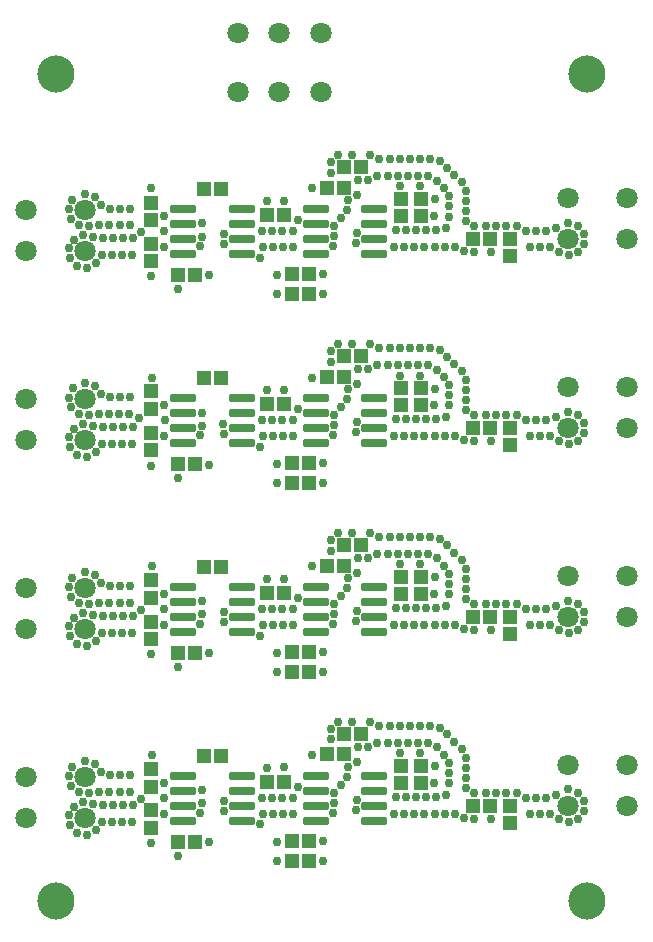
<source format=gbr>
G04*
G04 #@! TF.GenerationSoftware,Altium Limited,Altium Designer,25.1.2 (22)*
G04*
G04 Layer_Color=8388736*
%FSLAX25Y25*%
%MOIN*%
G70*
G04*
G04 #@! TF.SameCoordinates,A5DCB332-85D3-4D93-9494-DFC79FD2F11A*
G04*
G04*
G04 #@! TF.FilePolarity,Negative*
G04*
G01*
G75*
%ADD17R,0.04685X0.04606*%
G04:AMPARAMS|DCode=18|XSize=83.46mil|YSize=29.53mil|CornerRadius=5.91mil|HoleSize=0mil|Usage=FLASHONLY|Rotation=0.000|XOffset=0mil|YOffset=0mil|HoleType=Round|Shape=RoundedRectangle|*
%AMROUNDEDRECTD18*
21,1,0.08346,0.01772,0,0,0.0*
21,1,0.07165,0.02953,0,0,0.0*
1,1,0.01181,0.03583,-0.00886*
1,1,0.01181,-0.03583,-0.00886*
1,1,0.01181,-0.03583,0.00886*
1,1,0.01181,0.03583,0.00886*
%
%ADD18ROUNDEDRECTD18*%
%ADD19R,0.04606X0.04685*%
%ADD20C,0.12402*%
%ADD21C,0.07087*%
%ADD22C,0.02953*%
D17*
X168465Y244291D02*
D03*
X174252D02*
D03*
X125650Y79134D02*
D03*
X131437D02*
D03*
X105650Y63287D02*
D03*
X99862D02*
D03*
X84587Y72047D02*
D03*
X78799D02*
D03*
X84587Y135039D02*
D03*
X78799D02*
D03*
X105650Y126279D02*
D03*
X99862D02*
D03*
X125630Y135433D02*
D03*
X119843D02*
D03*
X125650Y142126D02*
D03*
X131437D02*
D03*
X84587Y198031D02*
D03*
X78799D02*
D03*
X105650Y189272D02*
D03*
X99862D02*
D03*
X125630Y198425D02*
D03*
X119843D02*
D03*
X125650Y205118D02*
D03*
X131437D02*
D03*
X84587Y261024D02*
D03*
X78799D02*
D03*
X168465Y55315D02*
D03*
X174252D02*
D03*
X125630Y72441D02*
D03*
X119843D02*
D03*
X113917Y37008D02*
D03*
X108130D02*
D03*
X113917Y43701D02*
D03*
X108130D02*
D03*
X70138Y43307D02*
D03*
X75925D02*
D03*
X168465Y118307D02*
D03*
X174252D02*
D03*
X113917Y100000D02*
D03*
X108130D02*
D03*
X113917Y106693D02*
D03*
X108130D02*
D03*
X70138Y106299D02*
D03*
X75925D02*
D03*
X168465Y181299D02*
D03*
X174252D02*
D03*
X113917Y162992D02*
D03*
X108130D02*
D03*
X113917Y169685D02*
D03*
X108130D02*
D03*
X70138Y169291D02*
D03*
X75925D02*
D03*
X125630Y261417D02*
D03*
X119843D02*
D03*
X125650Y268110D02*
D03*
X131437D02*
D03*
X113917Y225984D02*
D03*
X108130D02*
D03*
X113917Y232677D02*
D03*
X108130D02*
D03*
X70138Y232283D02*
D03*
X75925D02*
D03*
X105650Y252264D02*
D03*
X99862D02*
D03*
D18*
X135709Y191358D02*
D03*
Y186358D02*
D03*
Y181358D02*
D03*
Y176358D02*
D03*
X116260D02*
D03*
Y181358D02*
D03*
Y186358D02*
D03*
Y191358D02*
D03*
X91496Y65236D02*
D03*
Y60236D02*
D03*
Y55236D02*
D03*
Y50236D02*
D03*
X72047D02*
D03*
Y55236D02*
D03*
Y60236D02*
D03*
Y65236D02*
D03*
X91496Y128228D02*
D03*
Y123228D02*
D03*
Y118228D02*
D03*
Y113228D02*
D03*
X72047D02*
D03*
Y118228D02*
D03*
Y123228D02*
D03*
Y128228D02*
D03*
X135709Y128366D02*
D03*
Y123366D02*
D03*
Y118366D02*
D03*
Y113366D02*
D03*
X116260D02*
D03*
Y118366D02*
D03*
Y123366D02*
D03*
Y128366D02*
D03*
X91496Y191220D02*
D03*
Y186221D02*
D03*
Y181220D02*
D03*
Y176221D02*
D03*
X72047D02*
D03*
Y181220D02*
D03*
Y186221D02*
D03*
Y191220D02*
D03*
X135709Y65374D02*
D03*
Y60374D02*
D03*
Y55374D02*
D03*
Y50374D02*
D03*
X116260D02*
D03*
Y55374D02*
D03*
Y60374D02*
D03*
Y65374D02*
D03*
X135709Y254350D02*
D03*
Y249350D02*
D03*
Y244350D02*
D03*
Y239350D02*
D03*
X116260D02*
D03*
Y244350D02*
D03*
Y249350D02*
D03*
Y254350D02*
D03*
X91496Y254213D02*
D03*
Y249213D02*
D03*
Y244213D02*
D03*
Y239213D02*
D03*
X72047D02*
D03*
Y244213D02*
D03*
Y249213D02*
D03*
Y254213D02*
D03*
D19*
X181004Y49468D02*
D03*
Y55256D02*
D03*
X61417Y130453D02*
D03*
Y124665D02*
D03*
Y193445D02*
D03*
Y187657D02*
D03*
X181004Y175453D02*
D03*
Y181240D02*
D03*
X144488Y62854D02*
D03*
Y68642D02*
D03*
X151181Y62854D02*
D03*
Y68642D02*
D03*
X181004Y112461D02*
D03*
Y118248D02*
D03*
X61417Y53780D02*
D03*
Y47992D02*
D03*
Y67461D02*
D03*
Y61673D02*
D03*
X151181Y125847D02*
D03*
Y131634D02*
D03*
X144488Y125847D02*
D03*
Y131634D02*
D03*
X61417Y116772D02*
D03*
Y110984D02*
D03*
X151181Y188839D02*
D03*
Y194626D02*
D03*
X144488Y188839D02*
D03*
Y194626D02*
D03*
X61417Y179764D02*
D03*
Y173976D02*
D03*
Y256437D02*
D03*
Y250650D02*
D03*
X181004Y238445D02*
D03*
Y244232D02*
D03*
X151181Y251831D02*
D03*
Y257618D02*
D03*
X144488Y251831D02*
D03*
Y257618D02*
D03*
X61417Y242756D02*
D03*
Y236968D02*
D03*
D20*
X206693Y299213D02*
D03*
X29528D02*
D03*
X206693Y23622D02*
D03*
X29528D02*
D03*
D21*
X117815Y312992D02*
D03*
Y293307D02*
D03*
X104035Y312992D02*
D03*
Y293307D02*
D03*
X90256Y312992D02*
D03*
Y293307D02*
D03*
X19685Y190945D02*
D03*
X39370D02*
D03*
X19685Y177165D02*
D03*
X39370D02*
D03*
X19685Y253937D02*
D03*
X39370D02*
D03*
X19685Y240158D02*
D03*
X39370D02*
D03*
X220079Y244291D02*
D03*
X200394D02*
D03*
X220079Y258071D02*
D03*
X200394D02*
D03*
X220079Y181299D02*
D03*
X200394D02*
D03*
X220079Y195079D02*
D03*
X200394D02*
D03*
X19685Y127953D02*
D03*
X39370D02*
D03*
X19685Y114173D02*
D03*
X39370D02*
D03*
X220079Y118307D02*
D03*
X200394D02*
D03*
X220079Y132087D02*
D03*
X200394D02*
D03*
X19685Y64961D02*
D03*
X39370D02*
D03*
X19685Y51181D02*
D03*
X39370D02*
D03*
X220079Y55315D02*
D03*
X200394D02*
D03*
X220079Y69095D02*
D03*
X200394D02*
D03*
D22*
X191051Y241526D02*
D03*
X194413D02*
D03*
X187689Y178534D02*
D03*
X186180Y247056D02*
D03*
X205597Y246028D02*
D03*
X191051Y115542D02*
D03*
X205627Y116682D02*
D03*
X189542Y58080D02*
D03*
X173047Y185531D02*
D03*
X200394Y123769D02*
D03*
X183133Y248479D02*
D03*
X186180Y121072D02*
D03*
X197286Y239779D02*
D03*
X187689Y241526D02*
D03*
X189542Y247056D02*
D03*
X205627Y242666D02*
D03*
X186180Y58080D02*
D03*
X200509Y49846D02*
D03*
X174472Y51083D02*
D03*
X200394Y249753D02*
D03*
X196184Y247794D02*
D03*
X189542Y184064D02*
D03*
X176409Y185509D02*
D03*
X205597Y57052D02*
D03*
X197286Y50803D02*
D03*
X203597Y185739D02*
D03*
X196184Y58818D02*
D03*
X192904Y58080D02*
D03*
Y184064D02*
D03*
X174472Y114075D02*
D03*
X196184Y121810D02*
D03*
X192904Y247056D02*
D03*
X203686Y176929D02*
D03*
X205597Y120044D02*
D03*
X179771Y59527D02*
D03*
X200394Y186761D02*
D03*
X205627Y53690D02*
D03*
X200509Y238822D02*
D03*
X203686Y50944D02*
D03*
X176409Y122517D02*
D03*
X203597Y122747D02*
D03*
X196184Y184802D02*
D03*
X173047Y248523D02*
D03*
Y122539D02*
D03*
X176409Y248501D02*
D03*
X200509Y175830D02*
D03*
X176409Y59525D02*
D03*
X187689Y52550D02*
D03*
X179771Y248503D02*
D03*
X197286Y176787D02*
D03*
X183133Y122495D02*
D03*
X194413Y115542D02*
D03*
X179771Y185511D02*
D03*
X205597Y183036D02*
D03*
X200509Y112838D02*
D03*
X200394Y60777D02*
D03*
X203686Y113936D02*
D03*
X203597Y59754D02*
D03*
X183133Y59503D02*
D03*
X203597Y248731D02*
D03*
X174472Y240060D02*
D03*
X192904Y121072D02*
D03*
X179771Y122519D02*
D03*
X197286Y113795D02*
D03*
X203686Y239921D02*
D03*
X174472Y177067D02*
D03*
X187689Y115542D02*
D03*
X194413Y52550D02*
D03*
X191051Y178534D02*
D03*
X183133Y185487D02*
D03*
X173047Y59547D02*
D03*
X189542Y121072D02*
D03*
X191051Y52550D02*
D03*
X186180Y184064D02*
D03*
X205627Y179674D02*
D03*
X194413Y178534D02*
D03*
X169078Y59547D02*
D03*
X168954Y51083D02*
D03*
X165596Y51247D02*
D03*
X162522Y52609D02*
D03*
X159160D02*
D03*
X155798D02*
D03*
X152436D02*
D03*
X149073D02*
D03*
X145711D02*
D03*
X142349D02*
D03*
X129677Y54012D02*
D03*
X129867Y57369D02*
D03*
X142940Y58139D02*
D03*
X146303D02*
D03*
X149665D02*
D03*
X153027D02*
D03*
X156389D02*
D03*
X159639Y59001D02*
D03*
X169078Y122539D02*
D03*
X168954Y114075D02*
D03*
X165596Y114239D02*
D03*
X162522Y115601D02*
D03*
X159160D02*
D03*
X155798D02*
D03*
X152436D02*
D03*
X149073D02*
D03*
X145711D02*
D03*
X142349D02*
D03*
X129677Y117004D02*
D03*
X129867Y120361D02*
D03*
X142940Y121131D02*
D03*
X146303D02*
D03*
X149665D02*
D03*
X153027D02*
D03*
X156389D02*
D03*
X159639Y121993D02*
D03*
X169078Y185531D02*
D03*
X168954Y177067D02*
D03*
X165596Y177231D02*
D03*
X162522Y178593D02*
D03*
X159160D02*
D03*
X155798D02*
D03*
X152436D02*
D03*
X149073D02*
D03*
X145711D02*
D03*
X142349D02*
D03*
X129677Y179996D02*
D03*
X129867Y183353D02*
D03*
X142940Y184123D02*
D03*
X146303D02*
D03*
X149665D02*
D03*
X153027D02*
D03*
X156389D02*
D03*
X159639Y184985D02*
D03*
Y247977D02*
D03*
X156389Y247115D02*
D03*
X153027D02*
D03*
X149665D02*
D03*
X146303D02*
D03*
X142940D02*
D03*
X129867Y246345D02*
D03*
X129677Y242988D02*
D03*
X142349Y241585D02*
D03*
X145711D02*
D03*
X149073D02*
D03*
X152436D02*
D03*
X155798D02*
D03*
X159160D02*
D03*
X162522D02*
D03*
X165596Y240223D02*
D03*
X168954Y240060D02*
D03*
X169078Y248523D02*
D03*
X166151Y256902D02*
D03*
X160621Y251766D02*
D03*
X166151Y250178D02*
D03*
Y253540D02*
D03*
X160621Y255128D02*
D03*
X155709Y62894D02*
D03*
Y125886D02*
D03*
Y188878D02*
D03*
Y251969D02*
D03*
X61417Y261319D02*
D03*
X103248Y43406D02*
D03*
Y36811D02*
D03*
Y106398D02*
D03*
Y99803D02*
D03*
Y169390D02*
D03*
Y162795D02*
D03*
Y225787D02*
D03*
Y232382D02*
D03*
X61516Y72342D02*
D03*
X61417Y42815D02*
D03*
X80610Y43209D02*
D03*
X97638Y49114D02*
D03*
X105709Y68110D02*
D03*
X115059Y72244D02*
D03*
X144390Y72933D02*
D03*
X151083D02*
D03*
X155905Y68701D02*
D03*
X61516Y135335D02*
D03*
X61417Y105807D02*
D03*
X80610Y106201D02*
D03*
X97638Y112106D02*
D03*
X105709Y131102D02*
D03*
X115059Y135236D02*
D03*
X144390Y135925D02*
D03*
X151083D02*
D03*
X155905Y131693D02*
D03*
X61516Y198072D02*
D03*
X61417Y168544D02*
D03*
X80610Y168938D02*
D03*
X97638Y174843D02*
D03*
X105709Y193839D02*
D03*
X115059Y197973D02*
D03*
X144390Y198662D02*
D03*
X151083D02*
D03*
X155905Y194430D02*
D03*
Y257677D02*
D03*
X151083Y261910D02*
D03*
X144390D02*
D03*
X115059Y261221D02*
D03*
X105709Y257087D02*
D03*
X97638Y238090D02*
D03*
X80610Y232185D02*
D03*
X61417Y231791D02*
D03*
X118701Y36909D02*
D03*
Y43602D02*
D03*
Y99902D02*
D03*
Y106595D02*
D03*
Y162894D02*
D03*
Y169587D02*
D03*
Y232579D02*
D03*
Y225886D02*
D03*
X99902Y68012D02*
D03*
Y131004D02*
D03*
Y193996D02*
D03*
X70177Y38583D02*
D03*
Y101575D02*
D03*
Y164567D02*
D03*
X99902Y256988D02*
D03*
X70177Y227559D02*
D03*
X121812Y241922D02*
D03*
X105186Y52540D02*
D03*
X121812Y52946D02*
D03*
X101744Y184054D02*
D03*
X108468Y58070D02*
D03*
X85447Y182770D02*
D03*
X105106Y247046D02*
D03*
X121812Y115938D02*
D03*
X85473Y179408D02*
D03*
X101744Y58070D02*
D03*
X85516Y56854D02*
D03*
X105186Y178524D02*
D03*
X101824Y241516D02*
D03*
X108468Y184054D02*
D03*
X85542Y53492D02*
D03*
X108468Y121062D02*
D03*
X122386Y245235D02*
D03*
Y56259D02*
D03*
X105106Y184054D02*
D03*
X101824Y178524D02*
D03*
X105186Y115532D02*
D03*
X122386Y119251D02*
D03*
X101824Y52540D02*
D03*
Y115532D02*
D03*
X105106Y58070D02*
D03*
X108548Y178524D02*
D03*
X121812Y178930D02*
D03*
X98382Y121062D02*
D03*
X98462Y115532D02*
D03*
X85516Y119846D02*
D03*
X122386Y182243D02*
D03*
X98382Y247046D02*
D03*
X101744D02*
D03*
X98382Y58070D02*
D03*
X98462Y178524D02*
D03*
X85516Y245831D02*
D03*
X108548Y52540D02*
D03*
X98462D02*
D03*
X98382Y184054D02*
D03*
X108468Y247046D02*
D03*
X85542Y242469D02*
D03*
X108548Y241516D02*
D03*
X85542Y116484D02*
D03*
X108548Y115532D02*
D03*
X105186Y241516D02*
D03*
X98462D02*
D03*
X101744Y121062D02*
D03*
X105106D02*
D03*
X110195Y61567D02*
D03*
X39370Y70423D02*
D03*
X42573Y69400D02*
D03*
X44573Y66698D02*
D03*
X47700Y65462D02*
D03*
X51062D02*
D03*
X54425D02*
D03*
X65748Y63090D02*
D03*
X78173Y60524D02*
D03*
X54156Y59932D02*
D03*
X50794D02*
D03*
X47432D02*
D03*
X44070D02*
D03*
X40718Y59663D02*
D03*
X37363Y59869D02*
D03*
X34756Y61994D02*
D03*
X33890Y65242D02*
D03*
X35097Y68380D02*
D03*
X78173Y56121D02*
D03*
X77600Y52808D02*
D03*
X54874Y50089D02*
D03*
X51512D02*
D03*
X48149D02*
D03*
X44787D02*
D03*
X43108Y47177D02*
D03*
X40062Y45753D02*
D03*
X36757Y46372D02*
D03*
X34433Y48802D02*
D03*
X33976Y52133D02*
D03*
X35558Y55100D02*
D03*
X38570Y56595D02*
D03*
X41888Y56054D02*
D03*
X45222Y55619D02*
D03*
X48584D02*
D03*
X51946D02*
D03*
X55309D02*
D03*
X58062Y57549D02*
D03*
X65748Y57874D02*
D03*
X65650Y52658D02*
D03*
X110195Y124559D02*
D03*
X39370Y133415D02*
D03*
X42573Y132392D02*
D03*
X44573Y129690D02*
D03*
X47700Y128454D02*
D03*
X51062D02*
D03*
X54425D02*
D03*
X65748Y126083D02*
D03*
X78173Y123516D02*
D03*
X54156Y122924D02*
D03*
X50794D02*
D03*
X47432D02*
D03*
X44070D02*
D03*
X40718Y122655D02*
D03*
X37363Y122862D02*
D03*
X34756Y124986D02*
D03*
X33890Y128235D02*
D03*
X35097Y131372D02*
D03*
X78173Y119113D02*
D03*
X77600Y115800D02*
D03*
X54874Y113081D02*
D03*
X51512D02*
D03*
X48149D02*
D03*
X44787D02*
D03*
X43108Y110169D02*
D03*
X40062Y108745D02*
D03*
X36757Y109364D02*
D03*
X34433Y111794D02*
D03*
X33976Y115125D02*
D03*
X35558Y118092D02*
D03*
X38570Y119587D02*
D03*
X41888Y119046D02*
D03*
X45222Y118612D02*
D03*
X48584D02*
D03*
X51946D02*
D03*
X55309D02*
D03*
X58062Y120542D02*
D03*
X65748Y120866D02*
D03*
X65650Y115650D02*
D03*
X134335Y83196D02*
D03*
X137437Y81899D02*
D03*
X140799D02*
D03*
X144161D02*
D03*
X147524D02*
D03*
X150886D02*
D03*
X154248D02*
D03*
X157575Y81412D02*
D03*
X160031Y79116D02*
D03*
X162408Y76738D02*
D03*
X164786Y74361D02*
D03*
X166151Y71288D02*
D03*
Y67926D02*
D03*
Y64564D02*
D03*
Y61202D02*
D03*
X160621Y62790D02*
D03*
Y66152D02*
D03*
Y69514D02*
D03*
X158915Y72411D02*
D03*
X156537Y74789D02*
D03*
X153569Y76369D02*
D03*
X150207D02*
D03*
X146845D02*
D03*
X143483D02*
D03*
X140121D02*
D03*
X136758D02*
D03*
X133712Y74947D02*
D03*
X130350Y74902D02*
D03*
X128445Y83366D02*
D03*
X129823Y70043D02*
D03*
X127005Y68209D02*
D03*
X126720Y64859D02*
D03*
X124680Y62187D02*
D03*
X122386Y59729D02*
D03*
X121379Y77441D02*
D03*
Y80803D02*
D03*
X123564Y83358D02*
D03*
X134335Y146188D02*
D03*
X137437Y144891D02*
D03*
X140799D02*
D03*
X144161D02*
D03*
X147524D02*
D03*
X150886D02*
D03*
X154248D02*
D03*
X157575Y144404D02*
D03*
X160031Y142108D02*
D03*
X162408Y139730D02*
D03*
X164786Y137353D02*
D03*
X166151Y134280D02*
D03*
Y130918D02*
D03*
Y127556D02*
D03*
Y124194D02*
D03*
X160621Y125782D02*
D03*
Y129144D02*
D03*
Y132506D02*
D03*
X158915Y135403D02*
D03*
X156537Y137781D02*
D03*
X153569Y139361D02*
D03*
X150207D02*
D03*
X146845D02*
D03*
X143483D02*
D03*
X140121D02*
D03*
X136758D02*
D03*
X133712Y137940D02*
D03*
X130350Y137894D02*
D03*
X128445Y146358D02*
D03*
X129823Y133035D02*
D03*
X127005Y131201D02*
D03*
X126720Y127851D02*
D03*
X124680Y125179D02*
D03*
X122386Y122721D02*
D03*
X121379Y140433D02*
D03*
Y143795D02*
D03*
X123564Y146350D02*
D03*
X134335Y209180D02*
D03*
X137437Y207883D02*
D03*
X140799D02*
D03*
X144161D02*
D03*
X147524D02*
D03*
X150886D02*
D03*
X154248D02*
D03*
X157575Y207396D02*
D03*
X160031Y205100D02*
D03*
X162408Y202722D02*
D03*
X164786Y200345D02*
D03*
X166151Y197272D02*
D03*
Y193910D02*
D03*
Y190548D02*
D03*
Y187186D02*
D03*
X160621Y188774D02*
D03*
Y192136D02*
D03*
Y195498D02*
D03*
X158915Y198395D02*
D03*
X156537Y200773D02*
D03*
X153569Y202353D02*
D03*
X150207D02*
D03*
X146845D02*
D03*
X143483D02*
D03*
X140121D02*
D03*
X136758D02*
D03*
X133712Y200932D02*
D03*
X130350Y200886D02*
D03*
X128445Y209350D02*
D03*
X129823Y196027D02*
D03*
X127005Y194193D02*
D03*
X126720Y190843D02*
D03*
X124680Y188171D02*
D03*
X122386Y185713D02*
D03*
X121379Y203425D02*
D03*
Y206787D02*
D03*
X123564Y209342D02*
D03*
X110195Y187551D02*
D03*
X65551Y189075D02*
D03*
Y178445D02*
D03*
X35202Y194501D02*
D03*
X33911Y191397D02*
D03*
X34684Y188125D02*
D03*
X37217Y185914D02*
D03*
X40564Y185595D02*
D03*
X43911Y185916D02*
D03*
X47273D02*
D03*
X50635D02*
D03*
X53997D02*
D03*
X57382Y184646D02*
D03*
X78173Y186253D02*
D03*
X54425Y191446D02*
D03*
X51062D02*
D03*
X47700D02*
D03*
X44573Y192682D02*
D03*
X42573Y195384D02*
D03*
X39370Y196407D02*
D03*
X65847Y183858D02*
D03*
X55309Y181604D02*
D03*
X51946D02*
D03*
X48584D02*
D03*
X45222D02*
D03*
X41888Y182038D02*
D03*
X38570Y182579D02*
D03*
X35558Y181084D02*
D03*
X33976Y178117D02*
D03*
X34433Y174786D02*
D03*
X36757Y172356D02*
D03*
X40062Y171737D02*
D03*
X43108Y173161D02*
D03*
X44787Y176074D02*
D03*
X48149D02*
D03*
X51512D02*
D03*
X54874D02*
D03*
X77600Y178792D02*
D03*
X78173Y182105D02*
D03*
X65650Y241634D02*
D03*
X65748Y246850D02*
D03*
X58062Y246526D02*
D03*
X55309Y244596D02*
D03*
X51946D02*
D03*
X48584D02*
D03*
X45222D02*
D03*
X41888Y245030D02*
D03*
X38570Y245571D02*
D03*
X35558Y244076D02*
D03*
X33976Y241109D02*
D03*
X34433Y237778D02*
D03*
X36757Y235349D02*
D03*
X40062Y234729D02*
D03*
X43108Y236153D02*
D03*
X44787Y239066D02*
D03*
X48149D02*
D03*
X51512D02*
D03*
X54874D02*
D03*
X77600Y241785D02*
D03*
X78173Y245097D02*
D03*
X35097Y257357D02*
D03*
X33890Y254219D02*
D03*
X34756Y250970D02*
D03*
X37363Y248846D02*
D03*
X40718Y248639D02*
D03*
X44070Y248908D02*
D03*
X47432D02*
D03*
X50794D02*
D03*
X54156D02*
D03*
X78173Y249500D02*
D03*
X65748Y252067D02*
D03*
X54425Y254438D02*
D03*
X51062D02*
D03*
X47700D02*
D03*
X44573Y255674D02*
D03*
X42573Y258376D02*
D03*
X39370Y259399D02*
D03*
X123564Y272334D02*
D03*
X121379Y269779D02*
D03*
Y266417D02*
D03*
X110195Y250543D02*
D03*
X122386Y248705D02*
D03*
X124680Y251163D02*
D03*
X126720Y253836D02*
D03*
X127005Y257186D02*
D03*
X129823Y259019D02*
D03*
X128445Y272342D02*
D03*
X130350Y263878D02*
D03*
X133712Y263924D02*
D03*
X136758Y265345D02*
D03*
X140121D02*
D03*
X143483D02*
D03*
X146845D02*
D03*
X150207D02*
D03*
X153569D02*
D03*
X156537Y263765D02*
D03*
X158915Y261388D02*
D03*
X160621Y258490D02*
D03*
X166151Y260264D02*
D03*
X164786Y263337D02*
D03*
X162408Y265715D02*
D03*
X160031Y268092D02*
D03*
X157575Y270388D02*
D03*
X154248Y270875D02*
D03*
X150886D02*
D03*
X147524D02*
D03*
X144161D02*
D03*
X140799D02*
D03*
X137437D02*
D03*
X134335Y272173D02*
D03*
M02*

</source>
